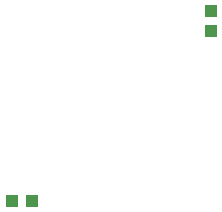
<source format=gbp>
%FSLAX24Y24*%
%MOIN*%
G70*
G01*
G75*
G04 Layer_Color=128*
G04 Layer_Color=128*
%ADD10C,0.0400*%
%ADD11R,0.0394X0.0433*%
%ADD12R,0.0433X0.0394*%
%ADD13R,0.0472X0.1575*%
%ADD14R,0.0669X0.0709*%
%ADD15R,0.0748X0.0748*%
%ADD16R,0.0807X0.0236*%
%ADD17R,0.0500X0.1449*%
%ADD18C,0.0080*%
%ADD19C,0.0090*%
%ADD20C,0.1600*%
%ADD21C,0.0600*%
%ADD22C,0.0472*%
%ADD23C,0.0630*%
%ADD24C,0.0200*%
%ADD25C,0.0100*%
%ADD26C,0.0079*%
%ADD27C,0.0098*%
%ADD28C,0.0070*%
D11*
X31800Y38865D02*
D03*
Y39535D02*
D03*
D12*
X25148Y33200D02*
D03*
X25817D02*
D03*
M02*

</source>
